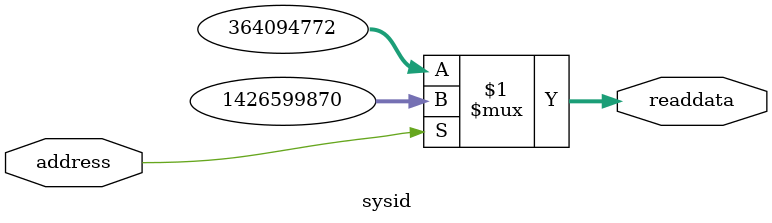
<source format=v>

`timescale 1ns / 1ps
// synthesis translate_on

// turn off superfluous verilog processor warnings 
// altera message_level Level1 
// altera message_off 10034 10035 10036 10037 10230 10240 10030 

module sysid (
               // inputs:
                address,

               // outputs:
                readdata
             )
;

  output  [ 31: 0] readdata;
  input            address;

  wire    [ 31: 0] readdata;
  //control_slave, which is an e_avalon_slave
  assign readdata = address ? 1426599870 : 364094772;

endmodule


</source>
